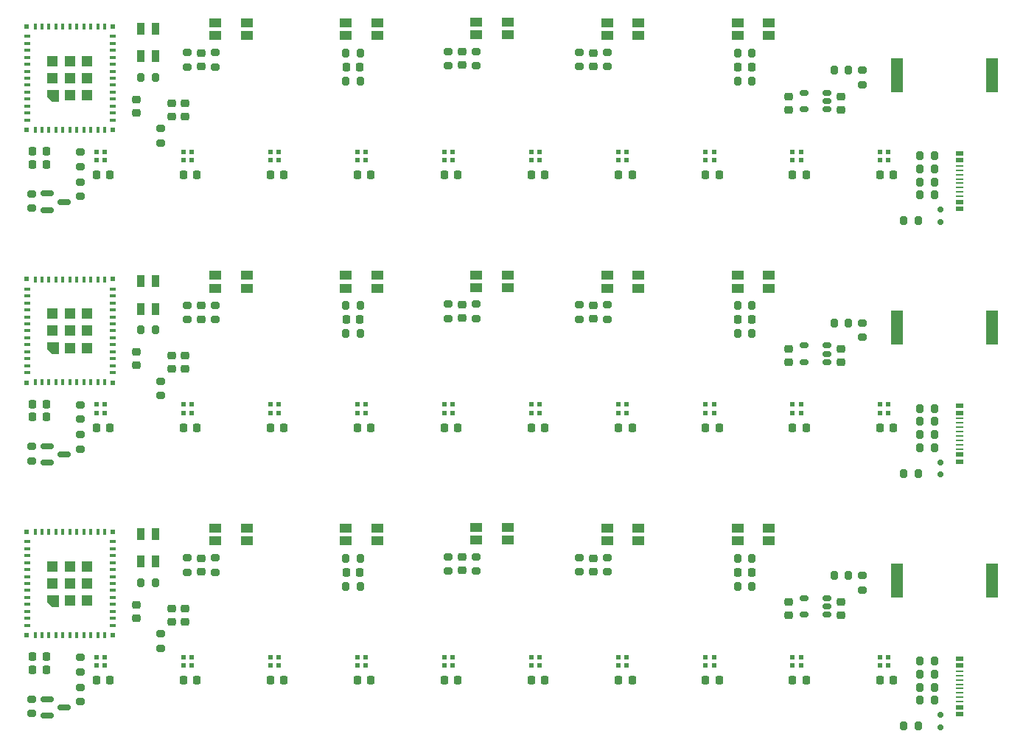
<source format=gbr>
%TF.GenerationSoftware,KiCad,Pcbnew,9.0.1*%
%TF.CreationDate,2025-12-04T09:13:59-06:00*%
%TF.ProjectId,focus_bar_panel_v1,666f6375-735f-4626-9172-5f70616e656c,rev?*%
%TF.SameCoordinates,Original*%
%TF.FileFunction,Paste,Top*%
%TF.FilePolarity,Positive*%
%FSLAX46Y46*%
G04 Gerber Fmt 4.6, Leading zero omitted, Abs format (unit mm)*
G04 Created by KiCad (PCBNEW 9.0.1) date 2025-12-04 09:13:59*
%MOMM*%
%LPD*%
G01*
G04 APERTURE LIST*
G04 Aperture macros list*
%AMRoundRect*
0 Rectangle with rounded corners*
0 $1 Rounding radius*
0 $2 $3 $4 $5 $6 $7 $8 $9 X,Y pos of 4 corners*
0 Add a 4 corners polygon primitive as box body*
4,1,4,$2,$3,$4,$5,$6,$7,$8,$9,$2,$3,0*
0 Add four circle primitives for the rounded corners*
1,1,$1+$1,$2,$3*
1,1,$1+$1,$4,$5*
1,1,$1+$1,$6,$7*
1,1,$1+$1,$8,$9*
0 Add four rect primitives between the rounded corners*
20,1,$1+$1,$2,$3,$4,$5,0*
20,1,$1+$1,$4,$5,$6,$7,0*
20,1,$1+$1,$6,$7,$8,$9,0*
20,1,$1+$1,$8,$9,$2,$3,0*%
G04 Aperture macros list end*
%ADD10C,0.010000*%
%ADD11RoundRect,0.200000X0.200000X0.275000X-0.200000X0.275000X-0.200000X-0.275000X0.200000X-0.275000X0*%
%ADD12RoundRect,0.200000X0.275000X-0.200000X0.275000X0.200000X-0.275000X0.200000X-0.275000X-0.200000X0*%
%ADD13R,1.400000X1.050000*%
%ADD14RoundRect,0.225000X-0.225000X-0.250000X0.225000X-0.250000X0.225000X0.250000X-0.225000X0.250000X0*%
%ADD15RoundRect,0.225000X0.250000X-0.225000X0.250000X0.225000X-0.250000X0.225000X-0.250000X-0.225000X0*%
%ADD16R,0.558800X0.558800*%
%ADD17RoundRect,0.200000X-0.200000X-0.275000X0.200000X-0.275000X0.200000X0.275000X-0.200000X0.275000X0*%
%ADD18R,0.812800X1.422400*%
%ADD19RoundRect,0.225000X-0.250000X0.225000X-0.250000X-0.225000X0.250000X-0.225000X0.250000X0.225000X0*%
%ADD20RoundRect,0.150000X0.200000X-0.150000X0.200000X0.150000X-0.200000X0.150000X-0.200000X-0.150000X0*%
%ADD21RoundRect,0.225000X0.225000X0.250000X-0.225000X0.250000X-0.225000X-0.250000X0.225000X-0.250000X0*%
%ADD22R,0.320000X0.640000*%
%ADD23R,0.640000X0.320000*%
%ADD24R,1.160000X1.160000*%
%ADD25R,0.560000X0.560000*%
%ADD26R,0.920000X0.480000*%
%ADD27R,0.920000X0.240000*%
%ADD28RoundRect,0.200000X-0.275000X0.200000X-0.275000X-0.200000X0.275000X-0.200000X0.275000X0.200000X0*%
%ADD29R,1.450000X4.000000*%
%ADD30RoundRect,0.175000X0.325000X-0.175000X0.325000X0.175000X-0.325000X0.175000X-0.325000X-0.175000X0*%
%ADD31RoundRect,0.150000X-0.587500X-0.150000X0.587500X-0.150000X0.587500X0.150000X-0.587500X0.150000X0*%
G04 APERTURE END LIST*
D10*
%TO.C,U7*%
X98650000Y-64700500D02*
X97900000Y-64700500D01*
X97400000Y-64200500D01*
X97400000Y-63450500D01*
X98650000Y-63450500D01*
X98650000Y-64700500D01*
G36*
X98650000Y-64700500D02*
G01*
X97900000Y-64700500D01*
X97400000Y-64200500D01*
X97400000Y-63450500D01*
X98650000Y-63450500D01*
X98650000Y-64700500D01*
G37*
X98650000Y-93700500D02*
X97900000Y-93700500D01*
X97400000Y-93200500D01*
X97400000Y-92450500D01*
X98650000Y-92450500D01*
X98650000Y-93700500D01*
G36*
X98650000Y-93700500D02*
G01*
X97900000Y-93700500D01*
X97400000Y-93200500D01*
X97400000Y-92450500D01*
X98650000Y-92450500D01*
X98650000Y-93700500D01*
G37*
X98650000Y-35700500D02*
X97900000Y-35700500D01*
X97400000Y-35200500D01*
X97400000Y-34450500D01*
X98650000Y-34450500D01*
X98650000Y-35700500D01*
G36*
X98650000Y-35700500D02*
G01*
X97900000Y-35700500D01*
X97400000Y-35200500D01*
X97400000Y-34450500D01*
X98650000Y-34450500D01*
X98650000Y-35700500D01*
G37*
%TD*%
D11*
%TO.C,R22*%
X199325000Y-72500500D03*
X197675000Y-72500500D03*
%TD*%
D12*
%TO.C,R19*%
X113500000Y-31800500D03*
X113500000Y-30150500D03*
%TD*%
D13*
%TO.C,S7*%
X180300000Y-86200500D03*
X176700000Y-86200500D03*
X180300000Y-84750500D03*
X176700000Y-84750500D03*
%TD*%
D14*
%TO.C,C20*%
X173025000Y-73225520D03*
X174575000Y-73225520D03*
%TD*%
D15*
%TO.C,C22*%
X182550000Y-94735500D03*
X182550000Y-93185500D03*
%TD*%
%TO.C,C12*%
X113200000Y-66500500D03*
X113200000Y-64950500D03*
%TD*%
D16*
%TO.C,LED5*%
X143025000Y-41550540D03*
X143025000Y-42500500D03*
X143975000Y-42500500D03*
X143975000Y-41550540D03*
%TD*%
D11*
%TO.C,R16*%
X197465000Y-107460500D03*
X195815000Y-107460500D03*
%TD*%
%TO.C,R18*%
X199325000Y-46500500D03*
X197675000Y-46500500D03*
%TD*%
D12*
%TO.C,R28*%
X161720000Y-60785500D03*
X161720000Y-59135500D03*
%TD*%
D16*
%TO.C,LED8*%
X173025000Y-41550540D03*
X173025000Y-42500500D03*
X173975000Y-42500500D03*
X173975000Y-41550540D03*
%TD*%
%TO.C,LED6*%
X153025000Y-99550540D03*
X153025000Y-100500500D03*
X153975000Y-100500500D03*
X153975000Y-99550540D03*
%TD*%
D15*
%TO.C,C27*%
X115100000Y-89750500D03*
X115100000Y-88200500D03*
%TD*%
D16*
%TO.C,LED3*%
X123025000Y-99550540D03*
X123025000Y-100500500D03*
X123975000Y-100500500D03*
X123975000Y-99550540D03*
%TD*%
D12*
%TO.C,R1*%
X95600000Y-48025500D03*
X95600000Y-46375500D03*
%TD*%
D15*
%TO.C,C21*%
X188550000Y-65735500D03*
X188550000Y-64185500D03*
%TD*%
D13*
%TO.C,S3*%
X120300000Y-57200500D03*
X116700000Y-57200500D03*
X120300000Y-55750500D03*
X116700000Y-55750500D03*
%TD*%
D11*
%TO.C,R32*%
X189427187Y-90207986D03*
X187777187Y-90207986D03*
%TD*%
D14*
%TO.C,C20*%
X173025000Y-44225520D03*
X174575000Y-44225520D03*
%TD*%
D16*
%TO.C,LED7*%
X163025000Y-70550540D03*
X163025000Y-71500500D03*
X163975000Y-71500500D03*
X163975000Y-70550540D03*
%TD*%
%TO.C,LED2*%
X113025000Y-99550540D03*
X113025000Y-100500500D03*
X113975000Y-100500500D03*
X113975000Y-99550540D03*
%TD*%
D17*
%TO.C,R12*%
X108175000Y-33000500D03*
X109825000Y-33000500D03*
%TD*%
D18*
%TO.C,S2*%
X109825000Y-56400300D03*
X108175000Y-56400300D03*
X108175000Y-59600700D03*
X109825000Y-59600700D03*
%TD*%
D15*
%TO.C,C21*%
X188550000Y-36735500D03*
X188550000Y-35185500D03*
%TD*%
D19*
%TO.C,C13*%
X107600000Y-35525500D03*
X107600000Y-37075500D03*
%TD*%
D14*
%TO.C,C24*%
X123025000Y-73225520D03*
X124575000Y-73225520D03*
%TD*%
%TO.C,C16*%
X103025000Y-73225520D03*
X104575000Y-73225520D03*
%TD*%
D13*
%TO.C,S7*%
X180300000Y-57200500D03*
X176700000Y-57200500D03*
X180300000Y-55750500D03*
X176700000Y-55750500D03*
%TD*%
D11*
%TO.C,R30*%
X178350000Y-30200500D03*
X176700000Y-30200500D03*
%TD*%
D13*
%TO.C,S6*%
X165300000Y-86200500D03*
X161700000Y-86200500D03*
X165300000Y-84750500D03*
X161700000Y-84750500D03*
%TD*%
D16*
%TO.C,LED7*%
X163025000Y-99550540D03*
X163025000Y-100500500D03*
X163975000Y-100500500D03*
X163975000Y-99550540D03*
%TD*%
D20*
%TO.C,D5*%
X199980000Y-77210500D03*
X199980000Y-78610500D03*
%TD*%
D21*
%TO.C,C9*%
X97275000Y-72000500D03*
X95725000Y-72000500D03*
%TD*%
D13*
%TO.C,S3*%
X120300000Y-28200500D03*
X116700000Y-28200500D03*
X120300000Y-26750500D03*
X116700000Y-26750500D03*
%TD*%
D15*
%TO.C,C10*%
X111700000Y-66500500D03*
X111700000Y-64950500D03*
%TD*%
D13*
%TO.C,S5*%
X150300000Y-86125500D03*
X146700000Y-86125500D03*
X150300000Y-84675500D03*
X146700000Y-84675500D03*
%TD*%
D14*
%TO.C,C25*%
X143025000Y-73225520D03*
X144575000Y-73225520D03*
%TD*%
D13*
%TO.C,S5*%
X150300000Y-57125500D03*
X146700000Y-57125500D03*
X150300000Y-55675500D03*
X146700000Y-55675500D03*
%TD*%
D16*
%TO.C,LED4*%
X133025000Y-70550540D03*
X133025000Y-71500500D03*
X133975000Y-71500500D03*
X133975000Y-70550540D03*
%TD*%
D14*
%TO.C,C17*%
X113025000Y-102225520D03*
X114575000Y-102225520D03*
%TD*%
D11*
%TO.C,R22*%
X199325000Y-101500500D03*
X197675000Y-101500500D03*
%TD*%
D16*
%TO.C,LED4*%
X133025000Y-99550540D03*
X133025000Y-100500500D03*
X133975000Y-100500500D03*
X133975000Y-99550540D03*
%TD*%
D14*
%TO.C,C28*%
X183025000Y-102225520D03*
X184575000Y-102225520D03*
%TD*%
D22*
%TO.C,U7*%
X96000000Y-68000500D03*
X96800000Y-68000500D03*
X97600000Y-68000500D03*
X98400000Y-68000500D03*
X99200000Y-68000500D03*
X100000000Y-68000500D03*
X100800000Y-68000500D03*
X101600000Y-68000500D03*
X102400000Y-68000500D03*
X103200000Y-68000500D03*
X104000000Y-68000500D03*
D23*
X104900000Y-66900500D03*
X104900000Y-66100500D03*
X104900000Y-65300500D03*
X104900000Y-64500500D03*
X104900000Y-63700500D03*
X104900000Y-62900500D03*
X104900000Y-62100500D03*
X104900000Y-61300500D03*
X104900000Y-60500500D03*
X104900000Y-59700500D03*
X104900000Y-58900500D03*
X104900000Y-58100500D03*
X104900000Y-57300500D03*
D22*
X104000000Y-56200500D03*
X103200000Y-56200500D03*
X102400000Y-56200500D03*
X101600000Y-56200500D03*
X100800000Y-56200500D03*
X100000000Y-56200500D03*
X99200000Y-56200500D03*
X98400000Y-56200500D03*
X97600000Y-56200500D03*
X96800000Y-56200500D03*
X96000000Y-56200500D03*
D23*
X95100000Y-57300500D03*
X95100000Y-58100500D03*
X95100000Y-58900500D03*
X95100000Y-59700500D03*
X95100000Y-60500500D03*
X95100000Y-61300500D03*
X95100000Y-62100500D03*
X95100000Y-62900500D03*
X95100000Y-63700500D03*
X95100000Y-64500500D03*
X95100000Y-65300500D03*
X95100000Y-66100500D03*
X95100000Y-66900500D03*
D24*
X100000000Y-64075500D03*
X101975000Y-64075500D03*
X98025000Y-62100500D03*
X100000000Y-62100500D03*
X101975000Y-62100500D03*
X98025000Y-60125500D03*
X100000000Y-60125500D03*
X101975000Y-60125500D03*
D25*
X95050000Y-56150500D03*
X104950000Y-56150500D03*
X104950000Y-68050500D03*
X95050000Y-68050500D03*
%TD*%
D12*
%TO.C,R26*%
X146645000Y-31665500D03*
X146645000Y-30015500D03*
%TD*%
D16*
%TO.C,LED10*%
X193025000Y-70550540D03*
X193025000Y-71500500D03*
X193975000Y-71500500D03*
X193975000Y-70550540D03*
%TD*%
D14*
%TO.C,C26*%
X163025000Y-102225520D03*
X164575000Y-102225520D03*
%TD*%
D12*
%TO.C,R26*%
X146645000Y-89665500D03*
X146645000Y-88015500D03*
%TD*%
D14*
%TO.C,C25*%
X143025000Y-44225520D03*
X144575000Y-44225520D03*
%TD*%
D12*
%TO.C,R11*%
X110390000Y-98515500D03*
X110390000Y-96865500D03*
%TD*%
D26*
%TO.C,P1*%
X202225000Y-77110500D03*
X202225000Y-76310500D03*
D27*
X202225000Y-75160500D03*
X202225000Y-74160500D03*
X202225000Y-73660500D03*
X202225000Y-72660500D03*
D26*
X202225000Y-71510500D03*
X202225000Y-70710500D03*
D27*
X202225000Y-72160500D03*
X202225000Y-73160500D03*
X202225000Y-74660500D03*
X202225000Y-75660500D03*
%TD*%
D14*
%TO.C,C19*%
X153025000Y-102225520D03*
X154575000Y-102225520D03*
%TD*%
%TO.C,C28*%
X183025000Y-73225520D03*
X184575000Y-73225520D03*
%TD*%
D12*
%TO.C,R1*%
X95600000Y-77025500D03*
X95600000Y-75375500D03*
%TD*%
D28*
%TO.C,R31*%
X191002187Y-61207986D03*
X191002187Y-62857986D03*
%TD*%
D13*
%TO.C,S4*%
X135300000Y-57200500D03*
X131700000Y-57200500D03*
X135300000Y-55750500D03*
X131700000Y-55750500D03*
%TD*%
D29*
%TO.C,LS1*%
X205955000Y-61740500D03*
X195005000Y-61740500D03*
%TD*%
D15*
%TO.C,C32*%
X160120000Y-89735500D03*
X160120000Y-88185500D03*
%TD*%
D16*
%TO.C,LED5*%
X143025000Y-70550540D03*
X143025000Y-71500500D03*
X143975000Y-71500500D03*
X143975000Y-70550540D03*
%TD*%
D12*
%TO.C,R26*%
X146645000Y-60665500D03*
X146645000Y-59015500D03*
%TD*%
D14*
%TO.C,C18*%
X133025000Y-44225520D03*
X134575000Y-44225520D03*
%TD*%
D13*
%TO.C,S6*%
X165300000Y-57200500D03*
X161700000Y-57200500D03*
X165300000Y-55750500D03*
X161700000Y-55750500D03*
%TD*%
D21*
%TO.C,C30*%
X133300000Y-60800500D03*
X131750000Y-60800500D03*
%TD*%
%TO.C,C33*%
X178300000Y-31800500D03*
X176750000Y-31800500D03*
%TD*%
D16*
%TO.C,LED10*%
X193025000Y-41550540D03*
X193025000Y-42500500D03*
X193975000Y-42500500D03*
X193975000Y-41550540D03*
%TD*%
D28*
%TO.C,R4*%
X101200000Y-103000520D03*
X101200000Y-104650520D03*
%TD*%
D12*
%TO.C,R5*%
X101200000Y-72250520D03*
X101200000Y-70600520D03*
%TD*%
D14*
%TO.C,C17*%
X113025000Y-44225520D03*
X114575000Y-44225520D03*
%TD*%
D30*
%TO.C,U6*%
X186965000Y-36685500D03*
X186965000Y-35735500D03*
X186965000Y-34785500D03*
X184365000Y-34785500D03*
X184365000Y-36685500D03*
%TD*%
D11*
%TO.C,R17*%
X199325000Y-42000500D03*
X197675000Y-42000500D03*
%TD*%
D14*
%TO.C,C17*%
X113025000Y-73225520D03*
X114575000Y-73225520D03*
%TD*%
D12*
%TO.C,R5*%
X101200000Y-101250520D03*
X101200000Y-99600520D03*
%TD*%
D11*
%TO.C,R32*%
X189427187Y-32207986D03*
X187777187Y-32207986D03*
%TD*%
D12*
%TO.C,R25*%
X143445000Y-89665500D03*
X143445000Y-88015500D03*
%TD*%
D16*
%TO.C,LED1*%
X103025000Y-41550540D03*
X103025000Y-42500500D03*
X103975000Y-42500500D03*
X103975000Y-41550540D03*
%TD*%
%TO.C,LED6*%
X153025000Y-41550540D03*
X153025000Y-42500500D03*
X153975000Y-42500500D03*
X153975000Y-41550540D03*
%TD*%
D15*
%TO.C,C10*%
X111700000Y-37500500D03*
X111700000Y-35950500D03*
%TD*%
D21*
%TO.C,C11*%
X97275000Y-99500500D03*
X95725000Y-99500500D03*
%TD*%
D17*
%TO.C,R21*%
X197675000Y-103000500D03*
X199325000Y-103000500D03*
%TD*%
D29*
%TO.C,LS1*%
X205955000Y-32740500D03*
X195005000Y-32740500D03*
%TD*%
D16*
%TO.C,LED3*%
X123025000Y-41550540D03*
X123025000Y-42500500D03*
X123975000Y-42500500D03*
X123975000Y-41550540D03*
%TD*%
D14*
%TO.C,C24*%
X123025000Y-102225520D03*
X124575000Y-102225520D03*
%TD*%
D16*
%TO.C,LED1*%
X103025000Y-70550540D03*
X103025000Y-71500500D03*
X103975000Y-71500500D03*
X103975000Y-70550540D03*
%TD*%
D12*
%TO.C,R1*%
X95600000Y-106025500D03*
X95600000Y-104375500D03*
%TD*%
D26*
%TO.C,P1*%
X202225000Y-106110500D03*
X202225000Y-105310500D03*
D27*
X202225000Y-104160500D03*
X202225000Y-103160500D03*
X202225000Y-102660500D03*
X202225000Y-101660500D03*
D26*
X202225000Y-100510500D03*
X202225000Y-99710500D03*
D27*
X202225000Y-101160500D03*
X202225000Y-102160500D03*
X202225000Y-103660500D03*
X202225000Y-104660500D03*
%TD*%
D15*
%TO.C,C27*%
X115100000Y-60750500D03*
X115100000Y-59200500D03*
%TD*%
D21*
%TO.C,C9*%
X97275000Y-101000500D03*
X95725000Y-101000500D03*
%TD*%
D30*
%TO.C,U6*%
X186965000Y-94685500D03*
X186965000Y-93735500D03*
X186965000Y-92785500D03*
X184365000Y-92785500D03*
X184365000Y-94685500D03*
%TD*%
D15*
%TO.C,C31*%
X145045000Y-60615500D03*
X145045000Y-59065500D03*
%TD*%
D18*
%TO.C,S2*%
X109825000Y-85400300D03*
X108175000Y-85400300D03*
X108175000Y-88600700D03*
X109825000Y-88600700D03*
%TD*%
D12*
%TO.C,R28*%
X161720000Y-31785500D03*
X161720000Y-30135500D03*
%TD*%
D28*
%TO.C,R4*%
X101200000Y-74000520D03*
X101200000Y-75650520D03*
%TD*%
D13*
%TO.C,S6*%
X165300000Y-28200500D03*
X161700000Y-28200500D03*
X165300000Y-26750500D03*
X161700000Y-26750500D03*
%TD*%
D16*
%TO.C,LED6*%
X153025000Y-70550540D03*
X153025000Y-71500500D03*
X153975000Y-71500500D03*
X153975000Y-70550540D03*
%TD*%
D15*
%TO.C,C31*%
X145045000Y-89615500D03*
X145045000Y-88065500D03*
%TD*%
D17*
%TO.C,R21*%
X197675000Y-45000500D03*
X199325000Y-45000500D03*
%TD*%
D14*
%TO.C,C26*%
X163025000Y-73225520D03*
X164575000Y-73225520D03*
%TD*%
%TO.C,C18*%
X133025000Y-102225520D03*
X134575000Y-102225520D03*
%TD*%
D12*
%TO.C,R25*%
X143445000Y-60665500D03*
X143445000Y-59015500D03*
%TD*%
D11*
%TO.C,R32*%
X189427187Y-61207986D03*
X187777187Y-61207986D03*
%TD*%
D31*
%TO.C,Q1*%
X97425000Y-75350500D03*
X97425000Y-77250500D03*
X99300000Y-76300500D03*
%TD*%
D14*
%TO.C,C29*%
X193025000Y-102225520D03*
X194575000Y-102225520D03*
%TD*%
%TO.C,C26*%
X163025000Y-44225520D03*
X164575000Y-44225520D03*
%TD*%
D11*
%TO.C,R30*%
X178350000Y-88200500D03*
X176700000Y-88200500D03*
%TD*%
D15*
%TO.C,C32*%
X160120000Y-60735500D03*
X160120000Y-59185500D03*
%TD*%
D12*
%TO.C,R11*%
X110390000Y-40515500D03*
X110390000Y-38865500D03*
%TD*%
%TO.C,R27*%
X158520000Y-31785500D03*
X158520000Y-30135500D03*
%TD*%
D13*
%TO.C,S7*%
X180300000Y-28200500D03*
X176700000Y-28200500D03*
X180300000Y-26750500D03*
X176700000Y-26750500D03*
%TD*%
D15*
%TO.C,C22*%
X182550000Y-65735500D03*
X182550000Y-64185500D03*
%TD*%
D16*
%TO.C,LED8*%
X173025000Y-99550540D03*
X173025000Y-100500500D03*
X173975000Y-100500500D03*
X173975000Y-99550540D03*
%TD*%
D28*
%TO.C,R31*%
X191002187Y-90207986D03*
X191002187Y-91857986D03*
%TD*%
D15*
%TO.C,C31*%
X145045000Y-31615500D03*
X145045000Y-30065500D03*
%TD*%
D31*
%TO.C,Q1*%
X97425000Y-46350500D03*
X97425000Y-48250500D03*
X99300000Y-47300500D03*
%TD*%
D12*
%TO.C,R11*%
X110390000Y-69515500D03*
X110390000Y-67865500D03*
%TD*%
%TO.C,R20*%
X116700000Y-31800500D03*
X116700000Y-30150500D03*
%TD*%
D16*
%TO.C,LED9*%
X183025000Y-70550540D03*
X183025000Y-71500500D03*
X183975000Y-71500500D03*
X183975000Y-70550540D03*
%TD*%
%TO.C,LED9*%
X183025000Y-99550540D03*
X183025000Y-100500500D03*
X183975000Y-100500500D03*
X183975000Y-99550540D03*
%TD*%
D12*
%TO.C,R27*%
X158520000Y-60785500D03*
X158520000Y-59135500D03*
%TD*%
D11*
%TO.C,R23*%
X133350000Y-91400500D03*
X131700000Y-91400500D03*
%TD*%
D12*
%TO.C,R19*%
X113500000Y-89800500D03*
X113500000Y-88150500D03*
%TD*%
D14*
%TO.C,C25*%
X143025000Y-102225520D03*
X144575000Y-102225520D03*
%TD*%
D18*
%TO.C,S2*%
X109825000Y-27400300D03*
X108175000Y-27400300D03*
X108175000Y-30600700D03*
X109825000Y-30600700D03*
%TD*%
D14*
%TO.C,C29*%
X193025000Y-44225520D03*
X194575000Y-44225520D03*
%TD*%
D31*
%TO.C,Q1*%
X97425000Y-104350500D03*
X97425000Y-106250500D03*
X99300000Y-105300500D03*
%TD*%
D11*
%TO.C,R17*%
X199325000Y-100000500D03*
X197675000Y-100000500D03*
%TD*%
D16*
%TO.C,LED2*%
X113025000Y-70550540D03*
X113025000Y-71500500D03*
X113975000Y-71500500D03*
X113975000Y-70550540D03*
%TD*%
D17*
%TO.C,R12*%
X108175000Y-62000500D03*
X109825000Y-62000500D03*
%TD*%
D16*
%TO.C,LED9*%
X183025000Y-41550540D03*
X183025000Y-42500500D03*
X183975000Y-42500500D03*
X183975000Y-41550540D03*
%TD*%
D11*
%TO.C,R16*%
X197465000Y-49460500D03*
X195815000Y-49460500D03*
%TD*%
D15*
%TO.C,C27*%
X115100000Y-31750500D03*
X115100000Y-30200500D03*
%TD*%
D14*
%TO.C,C19*%
X153025000Y-44225520D03*
X154575000Y-44225520D03*
%TD*%
D11*
%TO.C,R29*%
X178350000Y-91400500D03*
X176700000Y-91400500D03*
%TD*%
D15*
%TO.C,C12*%
X113200000Y-37500500D03*
X113200000Y-35950500D03*
%TD*%
D19*
%TO.C,C13*%
X107600000Y-64525500D03*
X107600000Y-66075500D03*
%TD*%
D11*
%TO.C,R16*%
X197465000Y-78460500D03*
X195815000Y-78460500D03*
%TD*%
D13*
%TO.C,S4*%
X135300000Y-86200500D03*
X131700000Y-86200500D03*
X135300000Y-84750500D03*
X131700000Y-84750500D03*
%TD*%
D11*
%TO.C,R29*%
X178350000Y-62400500D03*
X176700000Y-62400500D03*
%TD*%
D29*
%TO.C,LS1*%
X205955000Y-90740500D03*
X195005000Y-90740500D03*
%TD*%
D12*
%TO.C,R20*%
X116700000Y-60800500D03*
X116700000Y-59150500D03*
%TD*%
D20*
%TO.C,D5*%
X199980000Y-106210500D03*
X199980000Y-107610500D03*
%TD*%
%TO.C,D5*%
X199980000Y-48210500D03*
X199980000Y-49610500D03*
%TD*%
D21*
%TO.C,C11*%
X97275000Y-41500500D03*
X95725000Y-41500500D03*
%TD*%
D14*
%TO.C,C16*%
X103025000Y-44225520D03*
X104575000Y-44225520D03*
%TD*%
D21*
%TO.C,C33*%
X178300000Y-89800500D03*
X176750000Y-89800500D03*
%TD*%
D11*
%TO.C,R24*%
X133350000Y-59200500D03*
X131700000Y-59200500D03*
%TD*%
D14*
%TO.C,C19*%
X153025000Y-73225520D03*
X154575000Y-73225520D03*
%TD*%
D13*
%TO.C,S4*%
X135300000Y-28200500D03*
X131700000Y-28200500D03*
X135300000Y-26750500D03*
X131700000Y-26750500D03*
%TD*%
D11*
%TO.C,R24*%
X133350000Y-88200500D03*
X131700000Y-88200500D03*
%TD*%
D15*
%TO.C,C10*%
X111700000Y-95500500D03*
X111700000Y-93950500D03*
%TD*%
D16*
%TO.C,LED8*%
X173025000Y-70550540D03*
X173025000Y-71500500D03*
X173975000Y-71500500D03*
X173975000Y-70550540D03*
%TD*%
D11*
%TO.C,R23*%
X133350000Y-62400500D03*
X131700000Y-62400500D03*
%TD*%
D22*
%TO.C,U7*%
X96000000Y-97000500D03*
X96800000Y-97000500D03*
X97600000Y-97000500D03*
X98400000Y-97000500D03*
X99200000Y-97000500D03*
X100000000Y-97000500D03*
X100800000Y-97000500D03*
X101600000Y-97000500D03*
X102400000Y-97000500D03*
X103200000Y-97000500D03*
X104000000Y-97000500D03*
D23*
X104900000Y-95900500D03*
X104900000Y-95100500D03*
X104900000Y-94300500D03*
X104900000Y-93500500D03*
X104900000Y-92700500D03*
X104900000Y-91900500D03*
X104900000Y-91100500D03*
X104900000Y-90300500D03*
X104900000Y-89500500D03*
X104900000Y-88700500D03*
X104900000Y-87900500D03*
X104900000Y-87100500D03*
X104900000Y-86300500D03*
D22*
X104000000Y-85200500D03*
X103200000Y-85200500D03*
X102400000Y-85200500D03*
X101600000Y-85200500D03*
X100800000Y-85200500D03*
X100000000Y-85200500D03*
X99200000Y-85200500D03*
X98400000Y-85200500D03*
X97600000Y-85200500D03*
X96800000Y-85200500D03*
X96000000Y-85200500D03*
D23*
X95100000Y-86300500D03*
X95100000Y-87100500D03*
X95100000Y-87900500D03*
X95100000Y-88700500D03*
X95100000Y-89500500D03*
X95100000Y-90300500D03*
X95100000Y-91100500D03*
X95100000Y-91900500D03*
X95100000Y-92700500D03*
X95100000Y-93500500D03*
X95100000Y-94300500D03*
X95100000Y-95100500D03*
X95100000Y-95900500D03*
D24*
X100000000Y-93075500D03*
X101975000Y-93075500D03*
X98025000Y-91100500D03*
X100000000Y-91100500D03*
X101975000Y-91100500D03*
X98025000Y-89125500D03*
X100000000Y-89125500D03*
X101975000Y-89125500D03*
D25*
X95050000Y-85150500D03*
X104950000Y-85150500D03*
X104950000Y-97050500D03*
X95050000Y-97050500D03*
%TD*%
D11*
%TO.C,R22*%
X199325000Y-43500500D03*
X197675000Y-43500500D03*
%TD*%
D12*
%TO.C,R27*%
X158520000Y-89785500D03*
X158520000Y-88135500D03*
%TD*%
D14*
%TO.C,C18*%
X133025000Y-73225520D03*
X134575000Y-73225520D03*
%TD*%
D11*
%TO.C,R23*%
X133350000Y-33400500D03*
X131700000Y-33400500D03*
%TD*%
D14*
%TO.C,C20*%
X173025000Y-102225520D03*
X174575000Y-102225520D03*
%TD*%
D11*
%TO.C,R29*%
X178350000Y-33400500D03*
X176700000Y-33400500D03*
%TD*%
%TO.C,R24*%
X133350000Y-30200500D03*
X131700000Y-30200500D03*
%TD*%
D14*
%TO.C,C29*%
X193025000Y-73225520D03*
X194575000Y-73225520D03*
%TD*%
D28*
%TO.C,R4*%
X101200000Y-45000520D03*
X101200000Y-46650520D03*
%TD*%
D12*
%TO.C,R28*%
X161720000Y-89785500D03*
X161720000Y-88135500D03*
%TD*%
D15*
%TO.C,C21*%
X188550000Y-94735500D03*
X188550000Y-93185500D03*
%TD*%
D16*
%TO.C,LED10*%
X193025000Y-99550540D03*
X193025000Y-100500500D03*
X193975000Y-100500500D03*
X193975000Y-99550540D03*
%TD*%
D11*
%TO.C,R18*%
X199325000Y-75500500D03*
X197675000Y-75500500D03*
%TD*%
D17*
%TO.C,R21*%
X197675000Y-74000500D03*
X199325000Y-74000500D03*
%TD*%
D11*
%TO.C,R30*%
X178350000Y-59200500D03*
X176700000Y-59200500D03*
%TD*%
D16*
%TO.C,LED7*%
X163025000Y-41550540D03*
X163025000Y-42500500D03*
X163975000Y-42500500D03*
X163975000Y-41550540D03*
%TD*%
D15*
%TO.C,C32*%
X160120000Y-31735500D03*
X160120000Y-30185500D03*
%TD*%
D21*
%TO.C,C30*%
X133300000Y-31800500D03*
X131750000Y-31800500D03*
%TD*%
D16*
%TO.C,LED5*%
X143025000Y-99550540D03*
X143025000Y-100500500D03*
X143975000Y-100500500D03*
X143975000Y-99550540D03*
%TD*%
D14*
%TO.C,C24*%
X123025000Y-44225520D03*
X124575000Y-44225520D03*
%TD*%
D11*
%TO.C,R18*%
X199325000Y-104500500D03*
X197675000Y-104500500D03*
%TD*%
D15*
%TO.C,C22*%
X182550000Y-36735500D03*
X182550000Y-35185500D03*
%TD*%
D12*
%TO.C,R20*%
X116700000Y-89800500D03*
X116700000Y-88150500D03*
%TD*%
D21*
%TO.C,C11*%
X97275000Y-70500500D03*
X95725000Y-70500500D03*
%TD*%
%TO.C,C9*%
X97275000Y-43000500D03*
X95725000Y-43000500D03*
%TD*%
D14*
%TO.C,C28*%
X183025000Y-44225520D03*
X184575000Y-44225520D03*
%TD*%
D21*
%TO.C,C30*%
X133300000Y-89800500D03*
X131750000Y-89800500D03*
%TD*%
D16*
%TO.C,LED3*%
X123025000Y-70550540D03*
X123025000Y-71500500D03*
X123975000Y-71500500D03*
X123975000Y-70550540D03*
%TD*%
D30*
%TO.C,U6*%
X186965000Y-65685500D03*
X186965000Y-64735500D03*
X186965000Y-63785500D03*
X184365000Y-63785500D03*
X184365000Y-65685500D03*
%TD*%
D26*
%TO.C,P1*%
X202225000Y-48110500D03*
X202225000Y-47310500D03*
D27*
X202225000Y-46160500D03*
X202225000Y-45160500D03*
X202225000Y-44660500D03*
X202225000Y-43660500D03*
D26*
X202225000Y-42510500D03*
X202225000Y-41710500D03*
D27*
X202225000Y-43160500D03*
X202225000Y-44160500D03*
X202225000Y-45660500D03*
X202225000Y-46660500D03*
%TD*%
D21*
%TO.C,C33*%
X178300000Y-60800500D03*
X176750000Y-60800500D03*
%TD*%
D17*
%TO.C,R12*%
X108175000Y-91000500D03*
X109825000Y-91000500D03*
%TD*%
D22*
%TO.C,U7*%
X96000000Y-39000500D03*
X96800000Y-39000500D03*
X97600000Y-39000500D03*
X98400000Y-39000500D03*
X99200000Y-39000500D03*
X100000000Y-39000500D03*
X100800000Y-39000500D03*
X101600000Y-39000500D03*
X102400000Y-39000500D03*
X103200000Y-39000500D03*
X104000000Y-39000500D03*
D23*
X104900000Y-37900500D03*
X104900000Y-37100500D03*
X104900000Y-36300500D03*
X104900000Y-35500500D03*
X104900000Y-34700500D03*
X104900000Y-33900500D03*
X104900000Y-33100500D03*
X104900000Y-32300500D03*
X104900000Y-31500500D03*
X104900000Y-30700500D03*
X104900000Y-29900500D03*
X104900000Y-29100500D03*
X104900000Y-28300500D03*
D22*
X104000000Y-27200500D03*
X103200000Y-27200500D03*
X102400000Y-27200500D03*
X101600000Y-27200500D03*
X100800000Y-27200500D03*
X100000000Y-27200500D03*
X99200000Y-27200500D03*
X98400000Y-27200500D03*
X97600000Y-27200500D03*
X96800000Y-27200500D03*
X96000000Y-27200500D03*
D23*
X95100000Y-28300500D03*
X95100000Y-29100500D03*
X95100000Y-29900500D03*
X95100000Y-30700500D03*
X95100000Y-31500500D03*
X95100000Y-32300500D03*
X95100000Y-33100500D03*
X95100000Y-33900500D03*
X95100000Y-34700500D03*
X95100000Y-35500500D03*
X95100000Y-36300500D03*
X95100000Y-37100500D03*
X95100000Y-37900500D03*
D24*
X100000000Y-35075500D03*
X101975000Y-35075500D03*
X98025000Y-33100500D03*
X100000000Y-33100500D03*
X101975000Y-33100500D03*
X98025000Y-31125500D03*
X100000000Y-31125500D03*
X101975000Y-31125500D03*
D25*
X95050000Y-27150500D03*
X104950000Y-27150500D03*
X104950000Y-39050500D03*
X95050000Y-39050500D03*
%TD*%
D12*
%TO.C,R19*%
X113500000Y-60800500D03*
X113500000Y-59150500D03*
%TD*%
D16*
%TO.C,LED1*%
X103025000Y-99550540D03*
X103025000Y-100500500D03*
X103975000Y-100500500D03*
X103975000Y-99550540D03*
%TD*%
D11*
%TO.C,R17*%
X199325000Y-71000500D03*
X197675000Y-71000500D03*
%TD*%
D13*
%TO.C,S5*%
X150300000Y-28125500D03*
X146700000Y-28125500D03*
X150300000Y-26675500D03*
X146700000Y-26675500D03*
%TD*%
D19*
%TO.C,C13*%
X107600000Y-93525500D03*
X107600000Y-95075500D03*
%TD*%
D16*
%TO.C,LED2*%
X113025000Y-41550540D03*
X113025000Y-42500500D03*
X113975000Y-42500500D03*
X113975000Y-41550540D03*
%TD*%
D13*
%TO.C,S3*%
X120300000Y-86200500D03*
X116700000Y-86200500D03*
X120300000Y-84750500D03*
X116700000Y-84750500D03*
%TD*%
D14*
%TO.C,C16*%
X103025000Y-102225520D03*
X104575000Y-102225520D03*
%TD*%
D28*
%TO.C,R31*%
X191002187Y-32207986D03*
X191002187Y-33857986D03*
%TD*%
D12*
%TO.C,R5*%
X101200000Y-43250520D03*
X101200000Y-41600520D03*
%TD*%
%TO.C,R25*%
X143445000Y-31665500D03*
X143445000Y-30015500D03*
%TD*%
D16*
%TO.C,LED4*%
X133025000Y-41550540D03*
X133025000Y-42500500D03*
X133975000Y-42500500D03*
X133975000Y-41550540D03*
%TD*%
D15*
%TO.C,C12*%
X113200000Y-95500500D03*
X113200000Y-93950500D03*
%TD*%
M02*

</source>
